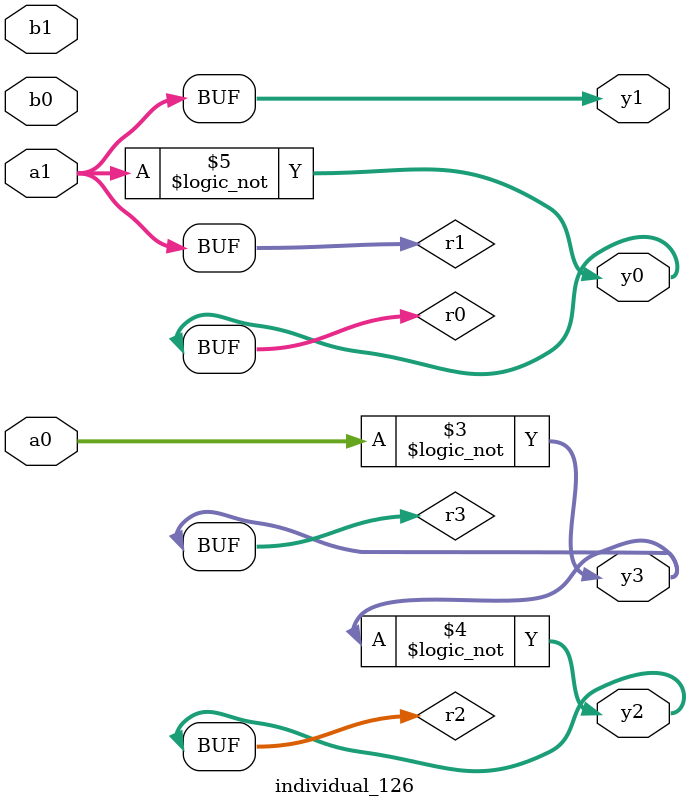
<source format=sv>
module individual_126(input logic [15:0] a1, input logic [15:0] a0, input logic [15:0] b1, input logic [15:0] b0, output logic [15:0] y3, output logic [15:0] y2, output logic [15:0] y1, output logic [15:0] y0);
logic [15:0] r0, r1, r2, r3; 
 always@(*) begin 
	 r0 = a0; r1 = a1; r2 = b0; r3 = b1; 
 	 r0 = ! r2 ;
 	 r3 = ! a0 ;
 	 r2 = ! r3 ;
 	 r0 = ! r1 ;
 	 y3 = r3; y2 = r2; y1 = r1; y0 = r0; 
end
endmodule
</source>
